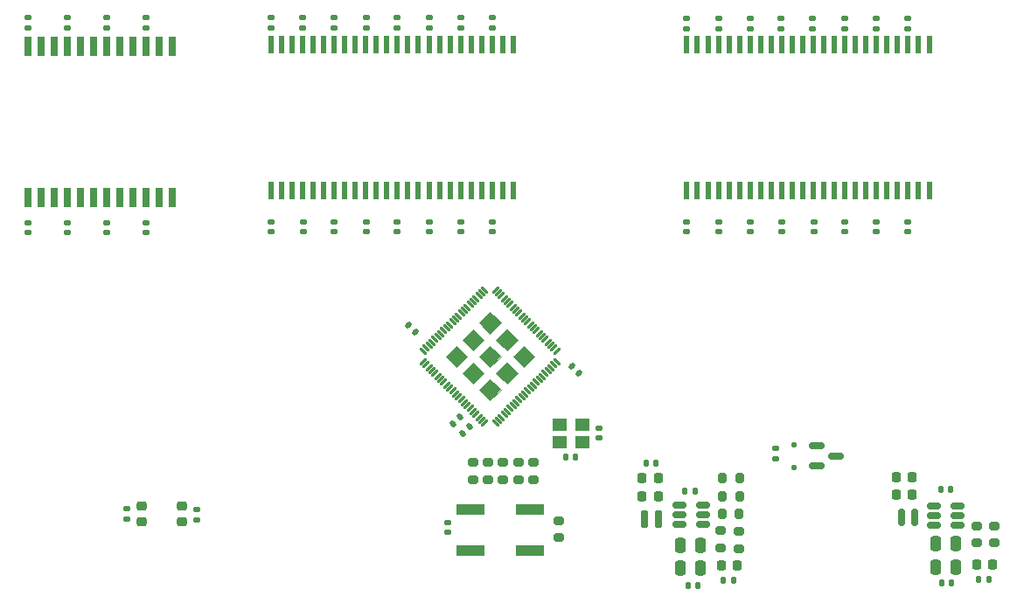
<source format=gtp>
G04 #@! TF.GenerationSoftware,KiCad,Pcbnew,(7.0.0)*
G04 #@! TF.CreationDate,2023-06-14T17:50:15+02:00*
G04 #@! TF.ProjectId,Switch ETHERNET,53776974-6368-4204-9554-4845524e4554,rev?*
G04 #@! TF.SameCoordinates,Original*
G04 #@! TF.FileFunction,Paste,Top*
G04 #@! TF.FilePolarity,Positive*
%FSLAX46Y46*%
G04 Gerber Fmt 4.6, Leading zero omitted, Abs format (unit mm)*
G04 Created by KiCad (PCBNEW (7.0.0)) date 2023-06-14 17:50:15*
%MOMM*%
%LPD*%
G01*
G04 APERTURE LIST*
G04 Aperture macros list*
%AMRoundRect*
0 Rectangle with rounded corners*
0 $1 Rounding radius*
0 $2 $3 $4 $5 $6 $7 $8 $9 X,Y pos of 4 corners*
0 Add a 4 corners polygon primitive as box body*
4,1,4,$2,$3,$4,$5,$6,$7,$8,$9,$2,$3,0*
0 Add four circle primitives for the rounded corners*
1,1,$1+$1,$2,$3*
1,1,$1+$1,$4,$5*
1,1,$1+$1,$6,$7*
1,1,$1+$1,$8,$9*
0 Add four rect primitives between the rounded corners*
20,1,$1+$1,$2,$3,$4,$5,0*
20,1,$1+$1,$4,$5,$6,$7,0*
20,1,$1+$1,$6,$7,$8,$9,0*
20,1,$1+$1,$8,$9,$2,$3,0*%
G04 Aperture macros list end*
%ADD10C,0.010000*%
%ADD11RoundRect,0.140000X0.170000X-0.140000X0.170000X0.140000X-0.170000X0.140000X-0.170000X-0.140000X0*%
%ADD12RoundRect,0.225000X-0.225000X-0.250000X0.225000X-0.250000X0.225000X0.250000X-0.225000X0.250000X0*%
%ADD13RoundRect,0.150000X-0.587500X-0.150000X0.587500X-0.150000X0.587500X0.150000X-0.587500X0.150000X0*%
%ADD14RoundRect,0.135000X0.185000X-0.135000X0.185000X0.135000X-0.185000X0.135000X-0.185000X-0.135000X0*%
%ADD15RoundRect,0.200000X-0.275000X0.200000X-0.275000X-0.200000X0.275000X-0.200000X0.275000X0.200000X0*%
%ADD16RoundRect,0.225000X0.250000X-0.225000X0.250000X0.225000X-0.250000X0.225000X-0.250000X-0.225000X0*%
%ADD17RoundRect,0.140000X-0.021213X0.219203X-0.219203X0.021213X0.021213X-0.219203X0.219203X-0.021213X0*%
%ADD18RoundRect,0.200000X0.275000X-0.200000X0.275000X0.200000X-0.275000X0.200000X-0.275000X-0.200000X0*%
%ADD19RoundRect,0.006600X0.219203X0.365433X-0.365433X-0.219203X-0.219203X-0.365433X0.365433X0.219203X0*%
%ADD20RoundRect,0.022000X-0.219203X0.343654X-0.343654X0.219203X0.219203X-0.343654X0.343654X-0.219203X0*%
%ADD21RoundRect,0.140000X-0.140000X-0.170000X0.140000X-0.170000X0.140000X0.170000X-0.140000X0.170000X0*%
%ADD22RoundRect,0.135000X-0.135000X-0.185000X0.135000X-0.185000X0.135000X0.185000X-0.135000X0.185000X0*%
%ADD23RoundRect,0.250000X-0.250000X-0.475000X0.250000X-0.475000X0.250000X0.475000X-0.250000X0.475000X0*%
%ADD24RoundRect,0.190000X0.190000X-0.765000X0.190000X0.765000X-0.190000X0.765000X-0.190000X-0.765000X0*%
%ADD25RoundRect,0.140000X0.219203X0.021213X0.021213X0.219203X-0.219203X-0.021213X-0.021213X-0.219203X0*%
%ADD26R,0.630000X1.700000*%
%ADD27R,1.400000X1.200000*%
%ADD28R,2.800000X1.000000*%
%ADD29RoundRect,0.140000X-0.219203X-0.021213X-0.021213X-0.219203X0.219203X0.021213X0.021213X0.219203X0*%
%ADD30RoundRect,0.140000X0.140000X0.170000X-0.140000X0.170000X-0.140000X-0.170000X0.140000X-0.170000X0*%
%ADD31RoundRect,0.200000X-0.200000X-0.275000X0.200000X-0.275000X0.200000X0.275000X-0.200000X0.275000X0*%
%ADD32RoundRect,0.140000X-0.170000X0.140000X-0.170000X-0.140000X0.170000X-0.140000X0.170000X0.140000X0*%
%ADD33RoundRect,0.152174X0.197826X0.697826X-0.197826X0.697826X-0.197826X-0.697826X0.197826X-0.697826X0*%
%ADD34RoundRect,0.141304X0.183696X0.683696X-0.183696X0.683696X-0.183696X-0.683696X0.183696X-0.683696X0*%
%ADD35RoundRect,0.150000X-0.512500X-0.150000X0.512500X-0.150000X0.512500X0.150000X-0.512500X0.150000X0*%
%ADD36RoundRect,0.125000X0.125000X-0.125000X0.125000X0.125000X-0.125000X0.125000X-0.125000X-0.125000X0*%
%ADD37RoundRect,0.200000X0.200000X0.275000X-0.200000X0.275000X-0.200000X-0.275000X0.200000X-0.275000X0*%
%ADD38RoundRect,0.225000X0.225000X0.250000X-0.225000X0.250000X-0.225000X-0.250000X0.225000X-0.250000X0*%
%ADD39RoundRect,0.135000X0.135000X0.185000X-0.135000X0.185000X-0.135000X-0.185000X0.135000X-0.185000X0*%
G04 APERTURE END LIST*
G36*
X203564160Y-76166780D02*
G01*
X202538855Y-77192085D01*
X201513550Y-76166780D01*
X202538855Y-75141475D01*
X203564160Y-76166780D01*
G37*
D10*
X203564160Y-76166780D02*
X202538855Y-77192085D01*
X201513550Y-76166780D01*
X202538855Y-75141475D01*
X203564160Y-76166780D01*
G36*
X201937814Y-74540434D02*
G01*
X200912510Y-75565739D01*
X199887205Y-74540434D01*
X200912510Y-73515130D01*
X201937814Y-74540434D01*
G37*
X201937814Y-74540434D02*
X200912510Y-75565739D01*
X199887205Y-74540434D01*
X200912510Y-73515130D01*
X201937814Y-74540434D01*
G36*
X200311469Y-72914089D02*
G01*
X199286164Y-73939394D01*
X198260859Y-72914089D01*
X199286164Y-71888784D01*
X200311469Y-72914089D01*
G37*
X200311469Y-72914089D02*
X199286164Y-73939394D01*
X198260859Y-72914089D01*
X199286164Y-71888784D01*
X200311469Y-72914089D01*
G36*
X201937814Y-77793126D02*
G01*
X200912510Y-78818430D01*
X199887205Y-77793126D01*
X200912510Y-76767821D01*
X201937814Y-77793126D01*
G37*
X201937814Y-77793126D02*
X200912510Y-78818430D01*
X199887205Y-77793126D01*
X200912510Y-76767821D01*
X201937814Y-77793126D01*
G36*
X200311469Y-76166780D02*
G01*
X199286164Y-77192085D01*
X198260859Y-76166780D01*
X199286164Y-75141475D01*
X200311469Y-76166780D01*
G37*
X200311469Y-76166780D02*
X199286164Y-77192085D01*
X198260859Y-76166780D01*
X199286164Y-75141475D01*
X200311469Y-76166780D01*
G36*
X198685123Y-74540434D02*
G01*
X197659818Y-75565739D01*
X196634514Y-74540434D01*
X197659818Y-73515130D01*
X198685123Y-74540434D01*
G37*
X198685123Y-74540434D02*
X197659818Y-75565739D01*
X196634514Y-74540434D01*
X197659818Y-73515130D01*
X198685123Y-74540434D01*
G36*
X200311469Y-79419471D02*
G01*
X199286164Y-80444776D01*
X198260859Y-79419471D01*
X199286164Y-78394166D01*
X200311469Y-79419471D01*
G37*
X200311469Y-79419471D02*
X199286164Y-80444776D01*
X198260859Y-79419471D01*
X199286164Y-78394166D01*
X200311469Y-79419471D01*
G36*
X198685123Y-77793126D02*
G01*
X197659818Y-78818430D01*
X196634514Y-77793126D01*
X197659818Y-76767821D01*
X198685123Y-77793126D01*
G37*
X198685123Y-77793126D02*
X197659818Y-78818430D01*
X196634514Y-77793126D01*
X197659818Y-76767821D01*
X198685123Y-77793126D01*
G36*
X197058778Y-76166780D02*
G01*
X196033473Y-77192085D01*
X195008168Y-76166780D01*
X196033473Y-75141475D01*
X197058778Y-76166780D01*
G37*
X197058778Y-76166780D02*
X196033473Y-77192085D01*
X195008168Y-76166780D01*
X196033473Y-75141475D01*
X197058778Y-76166780D01*
D11*
X221400000Y-64080000D03*
X221400000Y-63120000D03*
D12*
X238603800Y-89593400D03*
X240153800Y-89593400D03*
D11*
X184200000Y-64100000D03*
X184200000Y-63140000D03*
D13*
X230902800Y-84839000D03*
X230902800Y-86739000D03*
X232777800Y-85789000D03*
D14*
X221400000Y-44452000D03*
X221400000Y-43432000D03*
D15*
X248123800Y-92568400D03*
X248123800Y-94218400D03*
D16*
X165540000Y-92200500D03*
X165540000Y-90650500D03*
D15*
X221635000Y-93051400D03*
X221635000Y-94701400D03*
D14*
X224500000Y-44452000D03*
X224500000Y-43432000D03*
D11*
X162180000Y-64140000D03*
X162180000Y-63180000D03*
D17*
X196402011Y-82017989D03*
X195723189Y-82696811D03*
D11*
X230650000Y-64080000D03*
X230650000Y-63120000D03*
D14*
X187290000Y-44325000D03*
X187290000Y-43305000D03*
D18*
X223385000Y-94776400D03*
X223385000Y-93126400D03*
X202031600Y-88072400D03*
X202031600Y-86422400D03*
D19*
X205745584Y-75647057D03*
X205462742Y-75364214D03*
X205179899Y-75081371D03*
X204897056Y-74798528D03*
X204614214Y-74515686D03*
X204331371Y-74232843D03*
X204048528Y-73950000D03*
X203765685Y-73667158D03*
X203482843Y-73384315D03*
X203200000Y-73101472D03*
X202917157Y-72818629D03*
X202634315Y-72535787D03*
X202351472Y-72252944D03*
X202068629Y-71970101D03*
X201785786Y-71687259D03*
X201502944Y-71404416D03*
X201220101Y-71121573D03*
X200937258Y-70838730D03*
X200654416Y-70555888D03*
X200371573Y-70273045D03*
X200088730Y-69990202D03*
X199805887Y-69707360D03*
D20*
X198766441Y-69707360D03*
X198483598Y-69990202D03*
X198200755Y-70273045D03*
X197917912Y-70555888D03*
X197635070Y-70838730D03*
X197352227Y-71121573D03*
X197069384Y-71404416D03*
X196786542Y-71687259D03*
X196503699Y-71970101D03*
X196220856Y-72252944D03*
X195938013Y-72535787D03*
X195655171Y-72818629D03*
X195372328Y-73101472D03*
X195089485Y-73384315D03*
X194806643Y-73667158D03*
X194523800Y-73950000D03*
X194240957Y-74232843D03*
X193958114Y-74515686D03*
X193675272Y-74798528D03*
X193392429Y-75081371D03*
X193109586Y-75364214D03*
X192826744Y-75647057D03*
D19*
X192826744Y-76686503D03*
X193109586Y-76969346D03*
X193392429Y-77252189D03*
X193675272Y-77535032D03*
X193958114Y-77817874D03*
X194240957Y-78100717D03*
X194523800Y-78383560D03*
X194806643Y-78666402D03*
X195089485Y-78949245D03*
X195372328Y-79232088D03*
X195655171Y-79514931D03*
X195938013Y-79797773D03*
X196220856Y-80080616D03*
X196503699Y-80363459D03*
X196786542Y-80646301D03*
X197069384Y-80929144D03*
X197352227Y-81211987D03*
X197635070Y-81494830D03*
X197917912Y-81777672D03*
X198200755Y-82060515D03*
X198483598Y-82343358D03*
X198766441Y-82626200D03*
D20*
X199805887Y-82626200D03*
X200088730Y-82343358D03*
X200371573Y-82060515D03*
X200654416Y-81777672D03*
X200937258Y-81494830D03*
X201220101Y-81211987D03*
X201502944Y-80929144D03*
X201785786Y-80646301D03*
X202068629Y-80363459D03*
X202351472Y-80080616D03*
X202634315Y-79797773D03*
X202917157Y-79514931D03*
X203200000Y-79232088D03*
X203482843Y-78949245D03*
X203765685Y-78666402D03*
X204048528Y-78383560D03*
X204331371Y-78100717D03*
X204614214Y-77817874D03*
X204897056Y-77535032D03*
X205179899Y-77252189D03*
X205462742Y-76969346D03*
X205745584Y-76686503D03*
D18*
X246373800Y-94218400D03*
X246373800Y-92568400D03*
D21*
X218155000Y-89201400D03*
X219115000Y-89201400D03*
D11*
X154570000Y-64140000D03*
X154570000Y-63180000D03*
X190300000Y-64100000D03*
X190300000Y-63140000D03*
D16*
X169418000Y-92200500D03*
X169418000Y-90650500D03*
D12*
X214025000Y-89701400D03*
X215575000Y-89701400D03*
D22*
X221865000Y-97851400D03*
X222885000Y-97851400D03*
D23*
X217735000Y-96701400D03*
X219635000Y-96701400D03*
D24*
X154580000Y-60740000D03*
X155850000Y-60740000D03*
X157120000Y-60740000D03*
X158390000Y-60740000D03*
X159660000Y-60740000D03*
X160930000Y-60740000D03*
X162200000Y-60740000D03*
X163470000Y-60740000D03*
X164740000Y-60740000D03*
X166010000Y-60740000D03*
X167280000Y-60740000D03*
X168550000Y-60740000D03*
X168550000Y-46140000D03*
X167280000Y-46140000D03*
X166010000Y-46140000D03*
X164740000Y-46140000D03*
X163470000Y-46140000D03*
X162200000Y-46140000D03*
X160930000Y-46140000D03*
X159660000Y-46140000D03*
X158390000Y-46140000D03*
X157120000Y-46140000D03*
X155850000Y-46140000D03*
X154580000Y-46140000D03*
D14*
X184200000Y-44325000D03*
X184200000Y-43305000D03*
X196500000Y-44325000D03*
X196500000Y-43305000D03*
D17*
X197340511Y-82922271D03*
X196661689Y-83601093D03*
D21*
X214370000Y-86500000D03*
X215330000Y-86500000D03*
D11*
X199500000Y-64080000D03*
X199500000Y-63120000D03*
D14*
X239700000Y-44452000D03*
X239700000Y-43432000D03*
X190280000Y-44325000D03*
X190280000Y-43305000D03*
D18*
X205919600Y-93726200D03*
X205919600Y-92076200D03*
D25*
X192093222Y-73765222D03*
X191414400Y-73086400D03*
D26*
X218339999Y-60108651D03*
X219359999Y-60108651D03*
X220379999Y-60108651D03*
X221399999Y-60108651D03*
X222419999Y-60108651D03*
X223439999Y-60108651D03*
X224459999Y-60108651D03*
X225479999Y-60108651D03*
X226499999Y-60108651D03*
X227519999Y-60108651D03*
X228539999Y-60108651D03*
X229559999Y-60108651D03*
X230579999Y-60108651D03*
X231599999Y-60108651D03*
X232619999Y-60108651D03*
X233639999Y-60108651D03*
X234659999Y-60108651D03*
X235679999Y-60108651D03*
X236699999Y-60108651D03*
X237719999Y-60108651D03*
X238739999Y-60108651D03*
X239759999Y-60108651D03*
X240779999Y-60108651D03*
X241799999Y-60108651D03*
X241799999Y-45908651D03*
X240779999Y-45908651D03*
X239759999Y-45908651D03*
X238739999Y-45908651D03*
X237719999Y-45908651D03*
X236699999Y-45908651D03*
X235679999Y-45908651D03*
X234659999Y-45908651D03*
X233639999Y-45908651D03*
X232619999Y-45908651D03*
X231599999Y-45908651D03*
X230579999Y-45908651D03*
X229559999Y-45908651D03*
X228539999Y-45908651D03*
X227519999Y-45908651D03*
X226499999Y-45908651D03*
X225479999Y-45908651D03*
X224459999Y-45908651D03*
X223439999Y-45908651D03*
X222419999Y-45908651D03*
X221399999Y-45908651D03*
X220379999Y-45908651D03*
X219359999Y-45908651D03*
X218339999Y-45908651D03*
D11*
X236700000Y-64080000D03*
X236700000Y-63120000D03*
X187300000Y-64100000D03*
X187300000Y-63140000D03*
X181200000Y-64100000D03*
X181200000Y-63140000D03*
D18*
X197612000Y-88072400D03*
X197612000Y-86422400D03*
X200558400Y-88072400D03*
X200558400Y-86422400D03*
D11*
X196500000Y-64100000D03*
X196500000Y-63140000D03*
D23*
X242453800Y-96583400D03*
X244353800Y-96583400D03*
D21*
X242903800Y-89083400D03*
X243863800Y-89083400D03*
D11*
X178100000Y-64100000D03*
X178100000Y-63140000D03*
D27*
X206011599Y-84451999D03*
X208211599Y-84451999D03*
X208211599Y-82751999D03*
X206011599Y-82751999D03*
D28*
X197369599Y-90976199D03*
X203169599Y-90976199D03*
X197369599Y-94976199D03*
X203169599Y-94976199D03*
D23*
X217735000Y-94451400D03*
X219635000Y-94451400D03*
D14*
X170916600Y-92024100D03*
X170916600Y-91004100D03*
D11*
X193400000Y-64080000D03*
X193400000Y-63120000D03*
X227550000Y-64080000D03*
X227550000Y-63120000D03*
D29*
X207178589Y-77115789D03*
X207857411Y-77794611D03*
D12*
X221685000Y-96451400D03*
X223235000Y-96451400D03*
D11*
X209804000Y-84084600D03*
X209804000Y-83124600D03*
D23*
X242453800Y-94333400D03*
X244353800Y-94333400D03*
D11*
X233650000Y-64080000D03*
X233650000Y-63120000D03*
D12*
X238603800Y-87833400D03*
X240153800Y-87833400D03*
D30*
X207538200Y-85913400D03*
X206578200Y-85913400D03*
D11*
X158380000Y-64140000D03*
X158380000Y-63180000D03*
D18*
X199085200Y-88072400D03*
X199085200Y-86422400D03*
D31*
X221810000Y-87951400D03*
X223460000Y-87951400D03*
D11*
X224500000Y-64080000D03*
X224500000Y-63120000D03*
X239750000Y-64080000D03*
X239750000Y-63120000D03*
D14*
X154580000Y-44325000D03*
X154580000Y-43305000D03*
X193400000Y-44325000D03*
X193400000Y-43305000D03*
D18*
X203504800Y-88072400D03*
X203504800Y-86422400D03*
D14*
X227457000Y-44452000D03*
X227457000Y-43432000D03*
D32*
X195150000Y-92266200D03*
X195150000Y-93226200D03*
D14*
X178100000Y-44325000D03*
X178100000Y-43305000D03*
D33*
X215600000Y-91900000D03*
X214210000Y-91900000D03*
D14*
X166010000Y-44325000D03*
X166010000Y-43305000D03*
D21*
X218440000Y-98350000D03*
X219400000Y-98350000D03*
D14*
X162190000Y-44325000D03*
X162190000Y-43305000D03*
D11*
X218310000Y-64080000D03*
X218310000Y-63120000D03*
D34*
X240400000Y-91750000D03*
X239120000Y-91750000D03*
D14*
X199500000Y-44325000D03*
X199500000Y-43305000D03*
D35*
X217610000Y-90551400D03*
X217610000Y-91501400D03*
X217610000Y-92451400D03*
X219885000Y-92451400D03*
X219885000Y-91501400D03*
X219885000Y-90551400D03*
D14*
X233600000Y-44452000D03*
X233600000Y-43432000D03*
D26*
X178069999Y-60108651D03*
X179089999Y-60108651D03*
X180109999Y-60108651D03*
X181129999Y-60108651D03*
X182149999Y-60108651D03*
X183169999Y-60108651D03*
X184189999Y-60108651D03*
X185209999Y-60108651D03*
X186229999Y-60108651D03*
X187249999Y-60108651D03*
X188269999Y-60108651D03*
X189289999Y-60108651D03*
X190309999Y-60108651D03*
X191329999Y-60108651D03*
X192349999Y-60108651D03*
X193369999Y-60108651D03*
X194389999Y-60108651D03*
X195409999Y-60108651D03*
X196429999Y-60108651D03*
X197449999Y-60108651D03*
X198469999Y-60108651D03*
X199489999Y-60108651D03*
X200509999Y-60108651D03*
X201529999Y-60108651D03*
X201529999Y-45908651D03*
X200509999Y-45908651D03*
X199489999Y-45908651D03*
X198469999Y-45908651D03*
X197449999Y-45908651D03*
X196429999Y-45908651D03*
X195409999Y-45908651D03*
X194389999Y-45908651D03*
X193369999Y-45908651D03*
X192349999Y-45908651D03*
X191329999Y-45908651D03*
X190309999Y-45908651D03*
X189289999Y-45908651D03*
X188269999Y-45908651D03*
X187249999Y-45908651D03*
X186229999Y-45908651D03*
X185209999Y-45908651D03*
X184189999Y-45908651D03*
X183169999Y-45908651D03*
X182149999Y-45908651D03*
X181129999Y-45908651D03*
X180109999Y-45908651D03*
X179089999Y-45908651D03*
X178069999Y-45908651D03*
D14*
X226935800Y-86043000D03*
X226935800Y-85023000D03*
D12*
X214025000Y-87950000D03*
X215575000Y-87950000D03*
D36*
X228713800Y-86889000D03*
X228713800Y-84689000D03*
D37*
X223460000Y-89701400D03*
X221810000Y-89701400D03*
D14*
X181100000Y-44325000D03*
X181100000Y-43305000D03*
D38*
X247923800Y-96300000D03*
X246373800Y-96300000D03*
D35*
X242266300Y-90633400D03*
X242266300Y-91583400D03*
X242266300Y-92533400D03*
X244541300Y-92533400D03*
X244541300Y-91583400D03*
X244541300Y-90633400D03*
D14*
X230505000Y-44452000D03*
X230505000Y-43432000D03*
D11*
X166000000Y-64140000D03*
X166000000Y-63180000D03*
D21*
X243001800Y-98105400D03*
X243961800Y-98105400D03*
D14*
X158400000Y-44325000D03*
X158400000Y-43305000D03*
D39*
X247573800Y-97750000D03*
X246553800Y-97750000D03*
D14*
X218304989Y-44452000D03*
X218304989Y-43432000D03*
X164140000Y-91935500D03*
X164140000Y-90915500D03*
X236700000Y-44452000D03*
X236700000Y-43432000D03*
D31*
X221735000Y-91451400D03*
X223385000Y-91451400D03*
M02*

</source>
